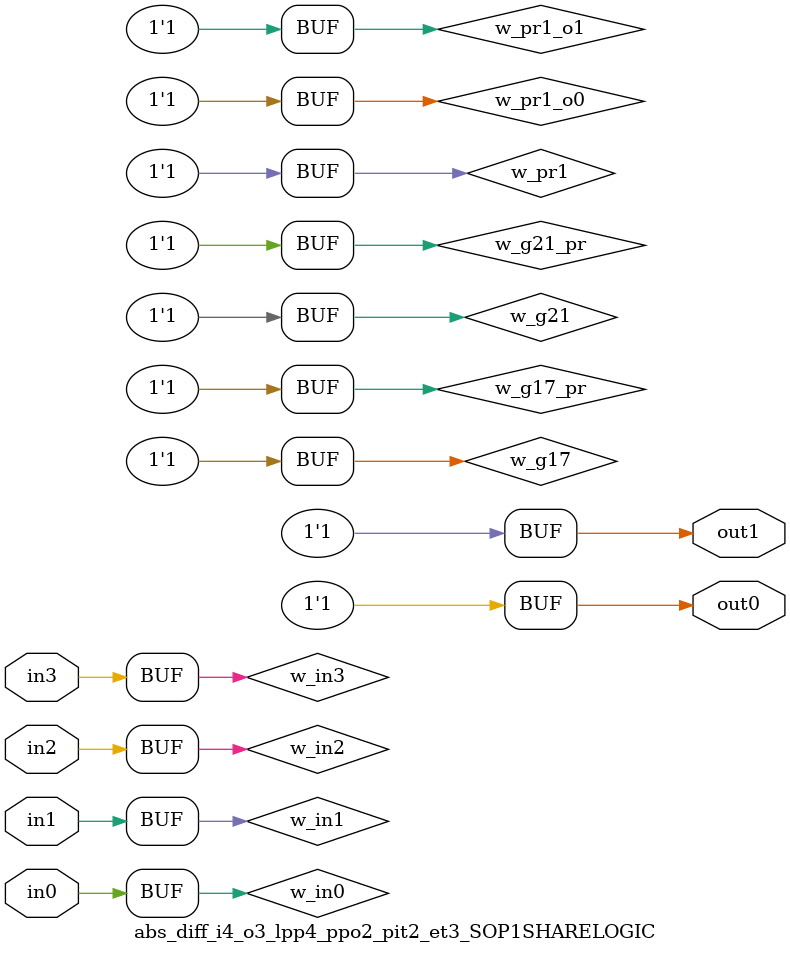
<source format=v>
module abs_diff_i4_o3_lpp4_ppo2_pit2_et3_SOP1SHARELOGIC (in0, in1, in2, in3, out0, out1);
// declaring inputs
input in0,  in1,  in2,  in3;
// declaring outputs
output out0,  out1;
// JSON model input
wire w_in3, w_in2, w_in1, w_in0;
// JSON model output
wire w_g17, w_g21;
//json model
wire w_g17_pr, w_g21_pr, w_pr0_o0, w_pr1_o0, w_pr0_o1, w_pr1_o1, w_pr0, w_pr1;
// JSON model input assign
assign w_in3 = in3;
assign w_in2 = in2;
assign w_in1 = in1;
assign w_in0 = in0;

//json model assigns (approximated Shared/XPAT part)
//assign literals to products
assign w_pr0 = w_in0 & w_in3;
assign w_pr1 = 1;
//if a product has literals and if the product is being "activated" for that output
assign w_pr0_o0 = w_pr0 & 1;
assign w_pr1_o0 = w_pr1 & 1;
assign w_pr0_o1 = w_pr0 & 0;
assign w_pr1_o1 = w_pr1 & 1;
//compose an output with corresponding products (OR)
assign w_g17 = w_pr0_o0 | w_pr1_o0;
assign w_g21 = w_pr0_o1 | w_pr1_o1;
//if an output has products and if it is part of the JSON model
assign w_g17_pr = w_g17 & 1;
assign w_g21_pr = w_g21 & 1;
// output assigns
assign out0 = w_g17_pr;
assign out1 = w_g21_pr;
endmodule
</source>
